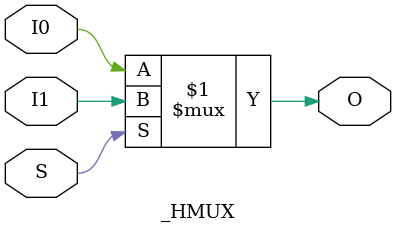
<source format=v>
module _HMUX(O,I0,I1,S);
output O;
input I0,I1,S;
assign O = S?I1:I0;
endmodule

</source>
